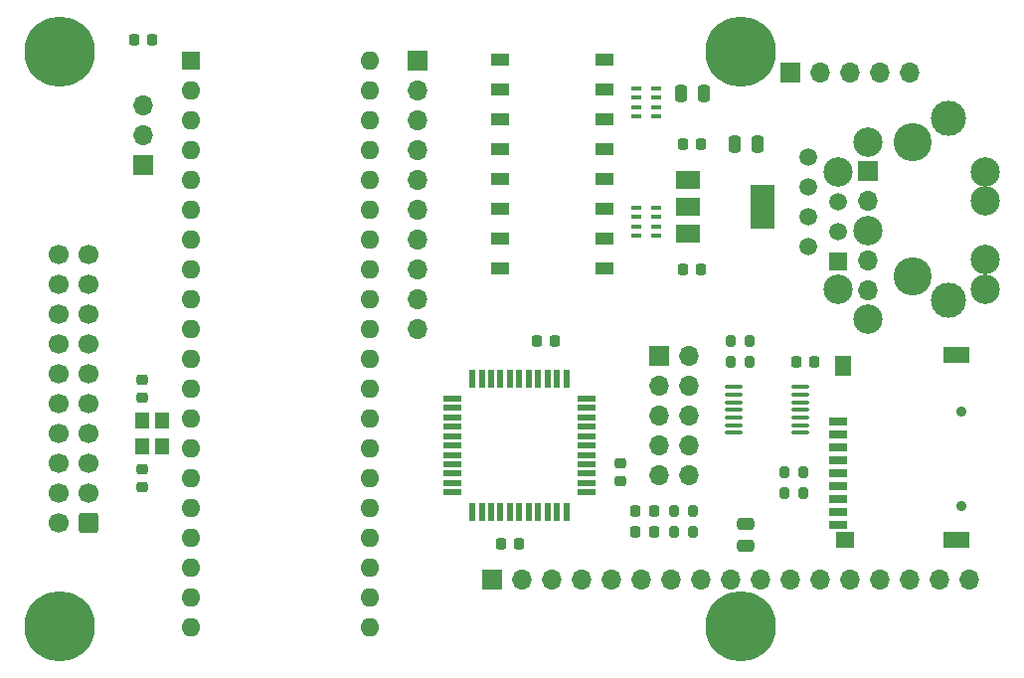
<source format=gbr>
G04 #@! TF.GenerationSoftware,KiCad,Pcbnew,(6.0.5)*
G04 #@! TF.CreationDate,2022-05-29T11:52:24+01:00*
G04 #@! TF.ProjectId,Econet_AtoMMC,45636f6e-6574-45f4-9174-6f4d4d432e6b,01*
G04 #@! TF.SameCoordinates,Original*
G04 #@! TF.FileFunction,Soldermask,Top*
G04 #@! TF.FilePolarity,Negative*
%FSLAX46Y46*%
G04 Gerber Fmt 4.6, Leading zero omitted, Abs format (unit mm)*
G04 Created by KiCad (PCBNEW (6.0.5)) date 2022-05-29 11:52:24*
%MOMM*%
%LPD*%
G01*
G04 APERTURE LIST*
G04 Aperture macros list*
%AMRoundRect*
0 Rectangle with rounded corners*
0 $1 Rounding radius*
0 $2 $3 $4 $5 $6 $7 $8 $9 X,Y pos of 4 corners*
0 Add a 4 corners polygon primitive as box body*
4,1,4,$2,$3,$4,$5,$6,$7,$8,$9,$2,$3,0*
0 Add four circle primitives for the rounded corners*
1,1,$1+$1,$2,$3*
1,1,$1+$1,$4,$5*
1,1,$1+$1,$6,$7*
1,1,$1+$1,$8,$9*
0 Add four rect primitives between the rounded corners*
20,1,$1+$1,$2,$3,$4,$5,0*
20,1,$1+$1,$4,$5,$6,$7,0*
20,1,$1+$1,$6,$7,$8,$9,0*
20,1,$1+$1,$8,$9,$2,$3,0*%
G04 Aperture macros list end*
%ADD10R,1.700000X1.700000*%
%ADD11O,1.700000X1.700000*%
%ADD12RoundRect,0.200000X-0.200000X-0.275000X0.200000X-0.275000X0.200000X0.275000X-0.200000X0.275000X0*%
%ADD13R,0.900000X0.400000*%
%ADD14R,1.500000X1.100000*%
%ADD15C,3.250000*%
%ADD16C,1.500000*%
%ADD17C,2.500000*%
%ADD18C,3.000000*%
%ADD19R,1.500000X1.500000*%
%ADD20C,0.900000*%
%ADD21R,1.600000X0.700000*%
%ADD22R,1.600000X1.400000*%
%ADD23R,2.200000X1.400000*%
%ADD24R,1.400000X1.800000*%
%ADD25RoundRect,0.218750X-0.218750X-0.256250X0.218750X-0.256250X0.218750X0.256250X-0.218750X0.256250X0*%
%ADD26RoundRect,0.225000X0.225000X0.250000X-0.225000X0.250000X-0.225000X-0.250000X0.225000X-0.250000X0*%
%ADD27RoundRect,0.225000X-0.225000X-0.250000X0.225000X-0.250000X0.225000X0.250000X-0.225000X0.250000X0*%
%ADD28RoundRect,0.225000X-0.250000X0.225000X-0.250000X-0.225000X0.250000X-0.225000X0.250000X0.225000X0*%
%ADD29RoundRect,0.250000X0.600000X0.600000X-0.600000X0.600000X-0.600000X-0.600000X0.600000X-0.600000X0*%
%ADD30C,1.700000*%
%ADD31RoundRect,0.200000X0.200000X0.275000X-0.200000X0.275000X-0.200000X-0.275000X0.200000X-0.275000X0*%
%ADD32RoundRect,0.100000X-0.637500X-0.100000X0.637500X-0.100000X0.637500X0.100000X-0.637500X0.100000X0*%
%ADD33RoundRect,0.250000X-0.250000X-0.475000X0.250000X-0.475000X0.250000X0.475000X-0.250000X0.475000X0*%
%ADD34RoundRect,0.250000X0.475000X-0.250000X0.475000X0.250000X-0.475000X0.250000X-0.475000X-0.250000X0*%
%ADD35R,1.500000X0.550000*%
%ADD36R,0.550000X1.500000*%
%ADD37R,1.600000X1.600000*%
%ADD38O,1.600000X1.600000*%
%ADD39R,1.200000X1.400000*%
%ADD40R,2.000000X1.500000*%
%ADD41R,2.000000X3.800000*%
%ADD42C,6.000000*%
G04 APERTURE END LIST*
D10*
X155675000Y-61375000D03*
D11*
X158215000Y-61375000D03*
X160755000Y-61375000D03*
X163295000Y-61375000D03*
X165835000Y-61375000D03*
D10*
X130275000Y-104555000D03*
D11*
X132815000Y-104555000D03*
X135355000Y-104555000D03*
X137895000Y-104555000D03*
X140435000Y-104555000D03*
X142975000Y-104555000D03*
X145515000Y-104555000D03*
X148055000Y-104555000D03*
X150595000Y-104555000D03*
X153135000Y-104555000D03*
X155675000Y-104555000D03*
X158215000Y-104555000D03*
X160755000Y-104555000D03*
X163295000Y-104555000D03*
X165835000Y-104555000D03*
X168375000Y-104555000D03*
X170915000Y-104555000D03*
D12*
X150532000Y-84245000D03*
X152182000Y-84245000D03*
D13*
X142545000Y-72885000D03*
X142545000Y-73685000D03*
X142545000Y-74485000D03*
X142545000Y-75285000D03*
X144245000Y-75285000D03*
X144245000Y-74485000D03*
X144245000Y-73685000D03*
X144245000Y-72885000D03*
X142545000Y-62725000D03*
X142545000Y-63525000D03*
X142545000Y-64325000D03*
X142545000Y-65125000D03*
X144245000Y-65125000D03*
X144245000Y-64325000D03*
X144245000Y-63525000D03*
X144245000Y-62725000D03*
D14*
X130886000Y-60237000D03*
X130886000Y-62777000D03*
X130886000Y-65317000D03*
X130886000Y-67857000D03*
X130886000Y-70397000D03*
X130886000Y-72937000D03*
X130886000Y-75477000D03*
X130886000Y-78017000D03*
X139786000Y-78017000D03*
X139786000Y-75477000D03*
X139786000Y-72937000D03*
X139786000Y-70397000D03*
X139786000Y-67857000D03*
X139786000Y-65317000D03*
X139786000Y-62777000D03*
X139786000Y-60237000D03*
D15*
X166048900Y-78714020D03*
X166048900Y-67284020D03*
D10*
X162236100Y-69746220D03*
D16*
X157158900Y-68554020D03*
D17*
X162236100Y-67326220D03*
D16*
X157158900Y-73634020D03*
X159698900Y-74904020D03*
X157158900Y-71094020D03*
D18*
X169098900Y-65229020D03*
X169098900Y-80769020D03*
D17*
X172236100Y-69826220D03*
D16*
X159698900Y-72364020D03*
D17*
X172236100Y-77326220D03*
X172236100Y-72326220D03*
X162236100Y-74826220D03*
X172236100Y-79826220D03*
D11*
X162236100Y-79906220D03*
D19*
X159698900Y-77444020D03*
D17*
X162236100Y-82326220D03*
X159736100Y-69826220D03*
D11*
X162236100Y-72286220D03*
X162236100Y-77366220D03*
D16*
X157158900Y-76174020D03*
D17*
X159736100Y-79826220D03*
D12*
X150532000Y-86023000D03*
X152182000Y-86023000D03*
D20*
X170175000Y-98255000D03*
X170175000Y-90255000D03*
D21*
X159675000Y-91055000D03*
X159675000Y-92155000D03*
X159675000Y-93255000D03*
X159675000Y-94355000D03*
X159675000Y-95455000D03*
X159675000Y-96555000D03*
X159675000Y-97655000D03*
X159675000Y-98755000D03*
X159675000Y-99855000D03*
D22*
X160275000Y-101155000D03*
D23*
X169775000Y-101155000D03*
X169775000Y-85455000D03*
D24*
X160175000Y-86355000D03*
D10*
X123925000Y-60369000D03*
D11*
X123925000Y-62909000D03*
X123925000Y-65449000D03*
X123925000Y-67989000D03*
X123925000Y-70529000D03*
X123925000Y-73069000D03*
X123925000Y-75609000D03*
X123925000Y-78149000D03*
X123925000Y-80689000D03*
X123925000Y-83229000D03*
D25*
X142441500Y-98723000D03*
X144016500Y-98723000D03*
D26*
X148068000Y-67481000D03*
X146518000Y-67481000D03*
D27*
X99782000Y-58591000D03*
X101332000Y-58591000D03*
D28*
X141197000Y-94646000D03*
X141197000Y-96196000D03*
D10*
X100557000Y-69254000D03*
D11*
X100557000Y-66714000D03*
X100557000Y-64174000D03*
D12*
X155104000Y-97199000D03*
X156754000Y-97199000D03*
D29*
X95848500Y-99734000D03*
D30*
X93308500Y-99734000D03*
X95848500Y-97194000D03*
X93308500Y-97194000D03*
X95848500Y-94654000D03*
X93308500Y-94654000D03*
X95848500Y-92114000D03*
X93308500Y-92114000D03*
X95848500Y-89574000D03*
X93308500Y-89574000D03*
X95848500Y-87034000D03*
X93308500Y-87034000D03*
X95848500Y-84494000D03*
X93308500Y-84494000D03*
X95848500Y-81954000D03*
X93308500Y-81954000D03*
X95848500Y-79414000D03*
X93308500Y-79414000D03*
X95848500Y-76874000D03*
X93308500Y-76874000D03*
D31*
X156754000Y-95421000D03*
X155104000Y-95421000D03*
D10*
X144499000Y-85515000D03*
D11*
X147039000Y-85515000D03*
X144499000Y-88055000D03*
X147039000Y-88055000D03*
X144499000Y-90595000D03*
X147039000Y-90595000D03*
X144499000Y-93135000D03*
X147039000Y-93135000D03*
X144499000Y-95675000D03*
X147039000Y-95675000D03*
D28*
X100420500Y-87529000D03*
X100420500Y-89079000D03*
D12*
X145706000Y-98723000D03*
X147356000Y-98723000D03*
D27*
X131024000Y-101517000D03*
X132574000Y-101517000D03*
D25*
X142441500Y-100501000D03*
X144016500Y-100501000D03*
D27*
X146518000Y-78149000D03*
X148068000Y-78149000D03*
D32*
X150780500Y-88137000D03*
X150780500Y-88787000D03*
X150780500Y-89437000D03*
X150780500Y-90087000D03*
X150780500Y-90737000D03*
X150780500Y-91387000D03*
X150780500Y-92037000D03*
X156505500Y-92037000D03*
X156505500Y-91387000D03*
X156505500Y-90737000D03*
X156505500Y-90087000D03*
X156505500Y-89437000D03*
X156505500Y-88787000D03*
X156505500Y-88137000D03*
D33*
X150915000Y-67481000D03*
X152815000Y-67481000D03*
D34*
X151865000Y-101705000D03*
X151865000Y-99805000D03*
D28*
X100420500Y-95149000D03*
X100420500Y-96699000D03*
D12*
X145706000Y-100501000D03*
X147356000Y-100501000D03*
D33*
X146343000Y-63163000D03*
X148243000Y-63163000D03*
D35*
X126861000Y-89130000D03*
X126861000Y-89930000D03*
X126861000Y-90730000D03*
X126861000Y-91530000D03*
X126861000Y-92330000D03*
X126861000Y-93130000D03*
X126861000Y-93930000D03*
X126861000Y-94730000D03*
X126861000Y-95530000D03*
X126861000Y-96330000D03*
X126861000Y-97130000D03*
D36*
X128561000Y-98830000D03*
X129361000Y-98830000D03*
X130161000Y-98830000D03*
X130961000Y-98830000D03*
X131761000Y-98830000D03*
X132561000Y-98830000D03*
X133361000Y-98830000D03*
X134161000Y-98830000D03*
X134961000Y-98830000D03*
X135761000Y-98830000D03*
X136561000Y-98830000D03*
D35*
X138261000Y-97130000D03*
X138261000Y-96330000D03*
X138261000Y-95530000D03*
X138261000Y-94730000D03*
X138261000Y-93930000D03*
X138261000Y-93130000D03*
X138261000Y-92330000D03*
X138261000Y-91530000D03*
X138261000Y-90730000D03*
X138261000Y-89930000D03*
X138261000Y-89130000D03*
D36*
X136561000Y-87430000D03*
X135761000Y-87430000D03*
X134961000Y-87430000D03*
X134161000Y-87430000D03*
X133361000Y-87430000D03*
X132561000Y-87430000D03*
X131761000Y-87430000D03*
X130961000Y-87430000D03*
X130161000Y-87430000D03*
X129361000Y-87430000D03*
X128561000Y-87430000D03*
D37*
X104621000Y-60369000D03*
D38*
X104621000Y-62909000D03*
X104621000Y-65449000D03*
X104621000Y-67989000D03*
X104621000Y-70529000D03*
X104621000Y-73069000D03*
X104621000Y-75609000D03*
X104621000Y-78149000D03*
X104621000Y-80689000D03*
X104621000Y-83229000D03*
X104621000Y-85769000D03*
X104621000Y-88309000D03*
X104621000Y-90849000D03*
X104621000Y-93389000D03*
X104621000Y-95929000D03*
X104621000Y-98469000D03*
X104621000Y-101009000D03*
X104621000Y-103549000D03*
X104621000Y-106089000D03*
X104621000Y-108629000D03*
X119861000Y-108629000D03*
X119861000Y-106089000D03*
X119861000Y-103549000D03*
X119861000Y-101009000D03*
X119861000Y-98469000D03*
X119861000Y-95929000D03*
X119861000Y-93389000D03*
X119861000Y-90849000D03*
X119861000Y-88309000D03*
X119861000Y-85769000D03*
X119861000Y-83229000D03*
X119861000Y-80689000D03*
X119861000Y-78149000D03*
X119861000Y-75609000D03*
X119861000Y-73069000D03*
X119861000Y-70529000D03*
X119861000Y-67989000D03*
X119861000Y-65449000D03*
X119861000Y-62909000D03*
X119861000Y-60369000D03*
D26*
X135622000Y-84245000D03*
X134072000Y-84245000D03*
D39*
X100459500Y-91014000D03*
X100459500Y-93214000D03*
X102159500Y-93214000D03*
X102159500Y-91014000D03*
D27*
X156170000Y-86023000D03*
X157720000Y-86023000D03*
D40*
X146937000Y-70515000D03*
D41*
X153237000Y-72815000D03*
D40*
X146937000Y-72815000D03*
X146937000Y-75115000D03*
D42*
X93415000Y-59555000D03*
X151415000Y-59555000D03*
X151415000Y-108555000D03*
X93415000Y-108555000D03*
M02*

</source>
